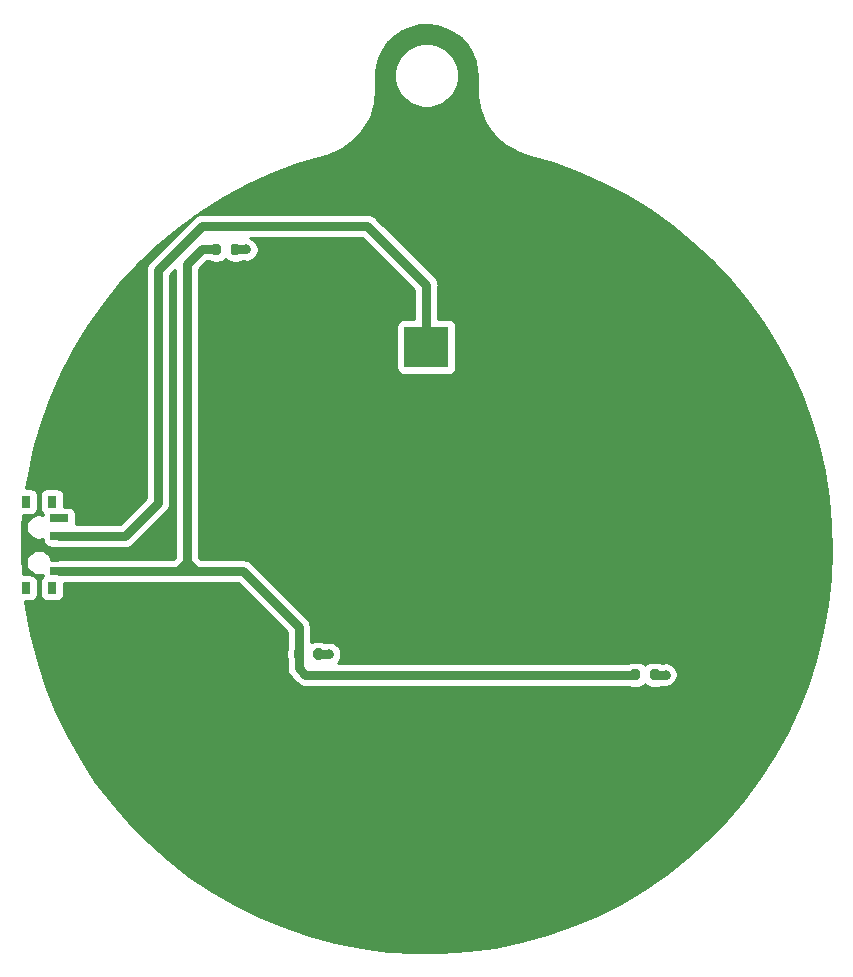
<source format=gbr>
%TF.GenerationSoftware,KiCad,Pcbnew,(5.1.10)-1*%
%TF.CreationDate,2021-10-20T07:51:27+02:00*%
%TF.ProjectId,TVZ_kuglica,54565a5f-6b75-4676-9c69-63612e6b6963,rev?*%
%TF.SameCoordinates,Original*%
%TF.FileFunction,Copper,L2,Bot*%
%TF.FilePolarity,Positive*%
%FSLAX46Y46*%
G04 Gerber Fmt 4.6, Leading zero omitted, Abs format (unit mm)*
G04 Created by KiCad (PCBNEW (5.1.10)-1) date 2021-10-20 07:51:27*
%MOMM*%
%LPD*%
G01*
G04 APERTURE LIST*
%TA.AperFunction,SMDPad,CuDef*%
%ADD10R,1.500000X0.700000*%
%TD*%
%TA.AperFunction,SMDPad,CuDef*%
%ADD11R,0.800000X1.000000*%
%TD*%
%TA.AperFunction,SMDPad,CuDef*%
%ADD12R,3.800000X3.500000*%
%TD*%
%TA.AperFunction,SMDPad,CuDef*%
%ADD13R,2.800000X5.700000*%
%TD*%
%TA.AperFunction,ViaPad*%
%ADD14C,0.800000*%
%TD*%
%TA.AperFunction,Conductor*%
%ADD15C,0.762000*%
%TD*%
%TA.AperFunction,Conductor*%
%ADD16C,0.254000*%
%TD*%
%TA.AperFunction,Conductor*%
%ADD17C,0.100000*%
%TD*%
G04 APERTURE END LIST*
D10*
%TO.P,SW1,1*%
%TO.N,Net-(R1-Pad1)*%
X105930000Y-102000000D03*
%TO.P,SW1,2*%
%TO.N,VCC*%
X105930000Y-99000000D03*
%TO.P,SW1,3*%
%TO.N,Net-(SW1-Pad3)*%
X105930000Y-97500000D03*
D11*
%TO.P,SW1,*%
%TO.N,*%
X103070000Y-103400000D03*
X103070000Y-96100000D03*
X105280000Y-96100000D03*
X105280000Y-103400000D03*
%TD*%
D12*
%TO.P,BT1,1*%
%TO.N,VCC*%
X137000000Y-83000000D03*
D13*
%TO.P,BT1,2*%
%TO.N,GND*%
X137000000Y-105500000D03*
%TD*%
%TO.P,R1,1*%
%TO.N,Net-(R1-Pad1)*%
%TA.AperFunction,SMDPad,CuDef*%
G36*
G01*
X118775000Y-75025000D02*
X118775000Y-74475000D01*
G75*
G02*
X118975000Y-74275000I200000J0D01*
G01*
X119375000Y-74275000D01*
G75*
G02*
X119575000Y-74475000I0J-200000D01*
G01*
X119575000Y-75025000D01*
G75*
G02*
X119375000Y-75225000I-200000J0D01*
G01*
X118975000Y-75225000D01*
G75*
G02*
X118775000Y-75025000I0J200000D01*
G01*
G37*
%TD.AperFunction*%
%TO.P,R1,2*%
%TO.N,Net-(D3-Pad1)*%
%TA.AperFunction,SMDPad,CuDef*%
G36*
G01*
X120425000Y-75025000D02*
X120425000Y-74475000D01*
G75*
G02*
X120625000Y-74275000I200000J0D01*
G01*
X121025000Y-74275000D01*
G75*
G02*
X121225000Y-74475000I0J-200000D01*
G01*
X121225000Y-75025000D01*
G75*
G02*
X121025000Y-75225000I-200000J0D01*
G01*
X120625000Y-75225000D01*
G75*
G02*
X120425000Y-75025000I0J200000D01*
G01*
G37*
%TD.AperFunction*%
%TD*%
%TO.P,R2,2*%
%TO.N,Net-(D4-Pad1)*%
%TA.AperFunction,SMDPad,CuDef*%
G36*
G01*
X127425000Y-109275000D02*
X127425000Y-108725000D01*
G75*
G02*
X127625000Y-108525000I200000J0D01*
G01*
X128025000Y-108525000D01*
G75*
G02*
X128225000Y-108725000I0J-200000D01*
G01*
X128225000Y-109275000D01*
G75*
G02*
X128025000Y-109475000I-200000J0D01*
G01*
X127625000Y-109475000D01*
G75*
G02*
X127425000Y-109275000I0J200000D01*
G01*
G37*
%TD.AperFunction*%
%TO.P,R2,1*%
%TO.N,Net-(R1-Pad1)*%
%TA.AperFunction,SMDPad,CuDef*%
G36*
G01*
X125775000Y-109275000D02*
X125775000Y-108725000D01*
G75*
G02*
X125975000Y-108525000I200000J0D01*
G01*
X126375000Y-108525000D01*
G75*
G02*
X126575000Y-108725000I0J-200000D01*
G01*
X126575000Y-109275000D01*
G75*
G02*
X126375000Y-109475000I-200000J0D01*
G01*
X125975000Y-109475000D01*
G75*
G02*
X125775000Y-109275000I0J200000D01*
G01*
G37*
%TD.AperFunction*%
%TD*%
%TO.P,R3,1*%
%TO.N,Net-(R1-Pad1)*%
%TA.AperFunction,SMDPad,CuDef*%
G36*
G01*
X154275000Y-111025000D02*
X154275000Y-110475000D01*
G75*
G02*
X154475000Y-110275000I200000J0D01*
G01*
X154875000Y-110275000D01*
G75*
G02*
X155075000Y-110475000I0J-200000D01*
G01*
X155075000Y-111025000D01*
G75*
G02*
X154875000Y-111225000I-200000J0D01*
G01*
X154475000Y-111225000D01*
G75*
G02*
X154275000Y-111025000I0J200000D01*
G01*
G37*
%TD.AperFunction*%
%TO.P,R3,2*%
%TO.N,Net-(D8-Pad1)*%
%TA.AperFunction,SMDPad,CuDef*%
G36*
G01*
X155925000Y-111025000D02*
X155925000Y-110475000D01*
G75*
G02*
X156125000Y-110275000I200000J0D01*
G01*
X156525000Y-110275000D01*
G75*
G02*
X156725000Y-110475000I0J-200000D01*
G01*
X156725000Y-111025000D01*
G75*
G02*
X156525000Y-111225000I-200000J0D01*
G01*
X156125000Y-111225000D01*
G75*
G02*
X155925000Y-111025000I0J200000D01*
G01*
G37*
%TD.AperFunction*%
%TD*%
D14*
%TO.N,GND*%
X140000000Y-74000000D03*
X119500000Y-80000000D03*
X106500000Y-87750000D03*
X120000000Y-90000000D03*
X127000000Y-101500000D03*
X146750000Y-104250000D03*
X166250000Y-107000000D03*
X157500000Y-91250000D03*
X151500000Y-115750000D03*
X113250000Y-115000000D03*
X119000000Y-106500000D03*
X121250000Y-125250000D03*
X132750000Y-124750000D03*
X139500000Y-131500000D03*
X153750000Y-125500000D03*
X160750000Y-80250000D03*
X125750000Y-74750000D03*
X132750000Y-109000000D03*
X161250000Y-110750000D03*
%TO.N,Net-(D3-Pad1)*%
X121750000Y-74750000D03*
%TO.N,Net-(D4-Pad1)*%
X128750000Y-109000000D03*
%TO.N,Net-(D8-Pad1)*%
X157250000Y-110750000D03*
%TD*%
D15*
%TO.N,VCC*%
X137000000Y-83000000D02*
X137000000Y-77750000D01*
X137000000Y-77750000D02*
X132000000Y-72750000D01*
X132000000Y-72750000D02*
X118000000Y-72750000D01*
X118000000Y-72750000D02*
X114250000Y-76500000D01*
X114250000Y-76500000D02*
X114250000Y-96250000D01*
X111500000Y-99000000D02*
X105930000Y-99000000D01*
X114250000Y-96250000D02*
X111500000Y-99000000D01*
%TO.N,Net-(D3-Pad1)*%
X120825000Y-74750000D02*
X121750000Y-74750000D01*
%TO.N,Net-(D4-Pad1)*%
X127825000Y-109000000D02*
X128750000Y-109000000D01*
%TO.N,Net-(D8-Pad1)*%
X156325000Y-110750000D02*
X157250000Y-110750000D01*
%TO.N,Net-(R1-Pad1)*%
X154675000Y-110750000D02*
X126750000Y-110750000D01*
X126175000Y-110175000D02*
X126175000Y-109000000D01*
X126750000Y-110750000D02*
X126175000Y-110175000D01*
X126175000Y-109000000D02*
X126175000Y-106675000D01*
X126175000Y-106675000D02*
X121500000Y-102000000D01*
X119175000Y-74750000D02*
X118000000Y-74750000D01*
X118000000Y-74750000D02*
X116750000Y-76000000D01*
X116750000Y-101250000D02*
X116000000Y-102000000D01*
X116000000Y-102000000D02*
X105930000Y-102000000D01*
X116750000Y-102000000D02*
X116000000Y-102000000D01*
X116750000Y-76000000D02*
X116750000Y-101250000D01*
X116750000Y-101250000D02*
X116750000Y-102000000D01*
X116750000Y-101250000D02*
X117500000Y-102000000D01*
X117500000Y-102000000D02*
X116750000Y-102000000D01*
X121500000Y-102000000D02*
X117500000Y-102000000D01*
%TD*%
D16*
%TO.N,GND*%
X137886138Y-55831059D02*
X138610388Y-56053867D01*
X139283738Y-56401409D01*
X139884901Y-56862699D01*
X140394872Y-57423149D01*
X140797540Y-58065057D01*
X141080170Y-58768122D01*
X141236190Y-59521513D01*
X141265000Y-60021169D01*
X141265001Y-61306272D01*
X141266298Y-61319440D01*
X141278413Y-61656049D01*
X141278863Y-61659632D01*
X141278707Y-61663242D01*
X141287438Y-61747410D01*
X141429908Y-62624862D01*
X141435629Y-62647269D01*
X141438736Y-62670183D01*
X141462234Y-62751474D01*
X141757835Y-63589830D01*
X141767433Y-63610870D01*
X141774549Y-63632871D01*
X141812059Y-63708691D01*
X141812071Y-63708717D01*
X141812077Y-63708725D01*
X142251461Y-64481476D01*
X142264630Y-64500478D01*
X142275533Y-64520879D01*
X142325894Y-64588881D01*
X142895182Y-65271616D01*
X142911512Y-65287990D01*
X142925851Y-65306132D01*
X142987458Y-65364142D01*
X143668651Y-65935276D01*
X143687625Y-65948502D01*
X143704950Y-65963817D01*
X143775855Y-66010000D01*
X144547423Y-66451478D01*
X144568436Y-66461133D01*
X144588200Y-66473139D01*
X144666163Y-66506036D01*
X145503715Y-66803905D01*
X145508021Y-66805017D01*
X145525587Y-66811299D01*
X145542755Y-66816572D01*
X147746053Y-67464098D01*
X149878711Y-68247813D01*
X151954729Y-69171140D01*
X153965017Y-70230036D01*
X155900673Y-71419812D01*
X157753239Y-72735268D01*
X159514561Y-74170616D01*
X161176886Y-75719540D01*
X162732884Y-77375207D01*
X164175738Y-79130360D01*
X165499106Y-80977290D01*
X166697162Y-82907865D01*
X167764630Y-84913581D01*
X168696830Y-86985643D01*
X169489658Y-89114933D01*
X170139624Y-91292080D01*
X170643873Y-93507517D01*
X171000188Y-95751501D01*
X171207004Y-98014175D01*
X171263407Y-100285560D01*
X171169153Y-102555700D01*
X170924654Y-104814605D01*
X170530986Y-107052337D01*
X169989882Y-109259064D01*
X169303718Y-111425077D01*
X168475512Y-113540851D01*
X167508906Y-115597090D01*
X166408155Y-117584736D01*
X165178083Y-119495080D01*
X163824120Y-121319689D01*
X162352204Y-123050560D01*
X160768823Y-124680064D01*
X159080926Y-126201055D01*
X157295931Y-127606843D01*
X155421695Y-128891239D01*
X153466456Y-130048599D01*
X151438820Y-131073832D01*
X149347702Y-131962428D01*
X147202263Y-132710493D01*
X145011999Y-133314718D01*
X142786467Y-133772464D01*
X140535523Y-134081705D01*
X138269022Y-134241089D01*
X135996953Y-134249911D01*
X133729262Y-134108134D01*
X131475992Y-133816385D01*
X129246983Y-133375938D01*
X127052076Y-132788738D01*
X124900917Y-132057366D01*
X122802939Y-131185029D01*
X120767401Y-130175574D01*
X118803237Y-129033435D01*
X116919085Y-127763634D01*
X115123223Y-126371749D01*
X113423564Y-124863914D01*
X111827572Y-123246751D01*
X110342263Y-121527368D01*
X108974171Y-119713331D01*
X107729304Y-117812605D01*
X106613144Y-115833557D01*
X105630601Y-113784897D01*
X104785986Y-111675609D01*
X104083026Y-109515005D01*
X103524797Y-107312547D01*
X103113763Y-105077935D01*
X103051083Y-104538072D01*
X103470000Y-104538072D01*
X103594482Y-104525812D01*
X103714180Y-104489502D01*
X103824494Y-104430537D01*
X103921185Y-104351185D01*
X104000537Y-104254494D01*
X104059502Y-104144180D01*
X104095812Y-104024482D01*
X104108072Y-103900000D01*
X104108072Y-102900000D01*
X104095812Y-102775518D01*
X104059502Y-102655820D01*
X104000537Y-102545506D01*
X103921185Y-102448815D01*
X103824494Y-102369463D01*
X103714180Y-102310498D01*
X103594482Y-102274188D01*
X103470000Y-102261928D01*
X102824164Y-102261928D01*
X102739845Y-100551658D01*
X102778607Y-98279882D01*
X102790035Y-98143137D01*
X103085000Y-98143137D01*
X103085000Y-98356863D01*
X103126696Y-98566483D01*
X103208485Y-98763940D01*
X103327225Y-98941647D01*
X103478353Y-99092775D01*
X103656060Y-99211515D01*
X103853517Y-99293304D01*
X104063137Y-99335000D01*
X104276863Y-99335000D01*
X104486483Y-99293304D01*
X104541928Y-99270338D01*
X104541928Y-99350000D01*
X104554188Y-99474482D01*
X104590498Y-99594180D01*
X104649463Y-99704494D01*
X104728815Y-99801185D01*
X104825506Y-99880537D01*
X104935820Y-99939502D01*
X105055518Y-99975812D01*
X105180000Y-99988072D01*
X105687229Y-99988072D01*
X105730829Y-100001298D01*
X105880098Y-100016000D01*
X111450098Y-100016000D01*
X111500000Y-100020915D01*
X111549902Y-100016000D01*
X111699171Y-100001298D01*
X111890687Y-99943202D01*
X112067190Y-99848860D01*
X112221896Y-99721896D01*
X112253712Y-99683128D01*
X114933133Y-97003708D01*
X114971896Y-96971896D01*
X115098860Y-96817190D01*
X115193202Y-96640687D01*
X115251298Y-96449171D01*
X115266000Y-96299902D01*
X115266000Y-96299895D01*
X115270914Y-96250001D01*
X115266000Y-96200107D01*
X115266000Y-76920840D01*
X115734000Y-76452840D01*
X115734001Y-100829158D01*
X115579160Y-100984000D01*
X105880098Y-100984000D01*
X105730829Y-100998702D01*
X105687229Y-101011928D01*
X105228901Y-101011928D01*
X105213304Y-100933517D01*
X105131515Y-100736060D01*
X105012775Y-100558353D01*
X104861647Y-100407225D01*
X104683940Y-100288485D01*
X104486483Y-100206696D01*
X104276863Y-100165000D01*
X104063137Y-100165000D01*
X103853517Y-100206696D01*
X103656060Y-100288485D01*
X103478353Y-100407225D01*
X103327225Y-100558353D01*
X103208485Y-100736060D01*
X103126696Y-100933517D01*
X103085000Y-101143137D01*
X103085000Y-101356863D01*
X103126696Y-101566483D01*
X103208485Y-101763940D01*
X103327225Y-101941647D01*
X103478353Y-102092775D01*
X103656060Y-102211515D01*
X103853517Y-102293304D01*
X104063137Y-102335000D01*
X104276863Y-102335000D01*
X104486483Y-102293304D01*
X104541928Y-102270338D01*
X104541928Y-102350000D01*
X104542928Y-102360151D01*
X104525506Y-102369463D01*
X104428815Y-102448815D01*
X104349463Y-102545506D01*
X104290498Y-102655820D01*
X104254188Y-102775518D01*
X104241928Y-102900000D01*
X104241928Y-103900000D01*
X104254188Y-104024482D01*
X104290498Y-104144180D01*
X104349463Y-104254494D01*
X104428815Y-104351185D01*
X104525506Y-104430537D01*
X104635820Y-104489502D01*
X104755518Y-104525812D01*
X104880000Y-104538072D01*
X105680000Y-104538072D01*
X105804482Y-104525812D01*
X105924180Y-104489502D01*
X106034494Y-104430537D01*
X106131185Y-104351185D01*
X106210537Y-104254494D01*
X106269502Y-104144180D01*
X106305812Y-104024482D01*
X106318072Y-103900000D01*
X106318072Y-103016000D01*
X115950098Y-103016000D01*
X116000000Y-103020915D01*
X116049902Y-103016000D01*
X116700098Y-103016000D01*
X116750000Y-103020915D01*
X116799902Y-103016000D01*
X117450105Y-103016000D01*
X117499999Y-103020914D01*
X117549893Y-103016000D01*
X121079160Y-103016000D01*
X125159001Y-107095842D01*
X125159000Y-108541822D01*
X125153031Y-108561500D01*
X125136928Y-108725000D01*
X125136928Y-109275000D01*
X125153031Y-109438500D01*
X125159001Y-109458179D01*
X125159000Y-110125098D01*
X125154085Y-110175000D01*
X125159000Y-110224901D01*
X125173702Y-110374170D01*
X125231798Y-110565686D01*
X125326140Y-110742190D01*
X125453104Y-110896896D01*
X125491873Y-110928713D01*
X125996287Y-111433127D01*
X126028104Y-111471896D01*
X126182810Y-111598860D01*
X126310676Y-111667205D01*
X126359313Y-111693202D01*
X126550829Y-111751298D01*
X126750000Y-111770915D01*
X126799902Y-111766000D01*
X154092026Y-111766000D01*
X154154284Y-111799278D01*
X154311500Y-111846969D01*
X154475000Y-111863072D01*
X154875000Y-111863072D01*
X155038500Y-111846969D01*
X155195716Y-111799278D01*
X155340608Y-111721831D01*
X155467606Y-111617606D01*
X155500000Y-111578134D01*
X155532394Y-111617606D01*
X155659392Y-111721831D01*
X155804284Y-111799278D01*
X155961500Y-111846969D01*
X156125000Y-111863072D01*
X156525000Y-111863072D01*
X156688500Y-111846969D01*
X156845716Y-111799278D01*
X156907974Y-111766000D01*
X157052541Y-111766000D01*
X157148061Y-111785000D01*
X157351939Y-111785000D01*
X157551898Y-111745226D01*
X157740256Y-111667205D01*
X157909774Y-111553937D01*
X158053937Y-111409774D01*
X158167205Y-111240256D01*
X158245226Y-111051898D01*
X158285000Y-110851939D01*
X158285000Y-110648061D01*
X158245226Y-110448102D01*
X158167205Y-110259744D01*
X158053937Y-110090226D01*
X157909774Y-109946063D01*
X157740256Y-109832795D01*
X157551898Y-109754774D01*
X157351939Y-109715000D01*
X157148061Y-109715000D01*
X157052541Y-109734000D01*
X156907974Y-109734000D01*
X156845716Y-109700722D01*
X156688500Y-109653031D01*
X156525000Y-109636928D01*
X156125000Y-109636928D01*
X155961500Y-109653031D01*
X155804284Y-109700722D01*
X155659392Y-109778169D01*
X155532394Y-109882394D01*
X155500000Y-109921866D01*
X155467606Y-109882394D01*
X155340608Y-109778169D01*
X155195716Y-109700722D01*
X155038500Y-109653031D01*
X154875000Y-109636928D01*
X154475000Y-109636928D01*
X154311500Y-109653031D01*
X154154284Y-109700722D01*
X154092026Y-109734000D01*
X129479711Y-109734000D01*
X129553937Y-109659774D01*
X129667205Y-109490256D01*
X129745226Y-109301898D01*
X129785000Y-109101939D01*
X129785000Y-108898061D01*
X129745226Y-108698102D01*
X129667205Y-108509744D01*
X129553937Y-108340226D01*
X129409774Y-108196063D01*
X129240256Y-108082795D01*
X129051898Y-108004774D01*
X128851939Y-107965000D01*
X128648061Y-107965000D01*
X128552541Y-107984000D01*
X128407974Y-107984000D01*
X128345716Y-107950722D01*
X128188500Y-107903031D01*
X128025000Y-107886928D01*
X127625000Y-107886928D01*
X127461500Y-107903031D01*
X127304284Y-107950722D01*
X127191000Y-108011274D01*
X127191000Y-106724893D01*
X127195914Y-106674999D01*
X127191000Y-106625105D01*
X127191000Y-106625098D01*
X127176298Y-106475829D01*
X127174978Y-106471475D01*
X127158674Y-106417732D01*
X127118202Y-106284313D01*
X127023860Y-106107810D01*
X126896896Y-105953104D01*
X126858133Y-105921292D01*
X122253712Y-101316872D01*
X122221896Y-101278104D01*
X122067190Y-101151140D01*
X121890687Y-101056798D01*
X121699171Y-100998702D01*
X121549902Y-100984000D01*
X121500000Y-100979085D01*
X121450098Y-100984000D01*
X117920841Y-100984000D01*
X117766000Y-100829160D01*
X117766000Y-76420840D01*
X118420841Y-75766000D01*
X118592026Y-75766000D01*
X118654284Y-75799278D01*
X118811500Y-75846969D01*
X118975000Y-75863072D01*
X119375000Y-75863072D01*
X119538500Y-75846969D01*
X119695716Y-75799278D01*
X119840608Y-75721831D01*
X119967606Y-75617606D01*
X120000000Y-75578134D01*
X120032394Y-75617606D01*
X120159392Y-75721831D01*
X120304284Y-75799278D01*
X120461500Y-75846969D01*
X120625000Y-75863072D01*
X121025000Y-75863072D01*
X121188500Y-75846969D01*
X121345716Y-75799278D01*
X121407974Y-75766000D01*
X121552541Y-75766000D01*
X121648061Y-75785000D01*
X121851939Y-75785000D01*
X122051898Y-75745226D01*
X122240256Y-75667205D01*
X122409774Y-75553937D01*
X122553937Y-75409774D01*
X122667205Y-75240256D01*
X122745226Y-75051898D01*
X122785000Y-74851939D01*
X122785000Y-74648061D01*
X122745226Y-74448102D01*
X122667205Y-74259744D01*
X122553937Y-74090226D01*
X122409774Y-73946063D01*
X122240256Y-73832795D01*
X122079000Y-73766000D01*
X131579160Y-73766000D01*
X135984001Y-78170842D01*
X135984000Y-80611928D01*
X135100000Y-80611928D01*
X134975518Y-80624188D01*
X134855820Y-80660498D01*
X134745506Y-80719463D01*
X134648815Y-80798815D01*
X134569463Y-80895506D01*
X134510498Y-81005820D01*
X134474188Y-81125518D01*
X134461928Y-81250000D01*
X134461928Y-84750000D01*
X134474188Y-84874482D01*
X134510498Y-84994180D01*
X134569463Y-85104494D01*
X134648815Y-85201185D01*
X134745506Y-85280537D01*
X134855820Y-85339502D01*
X134975518Y-85375812D01*
X135100000Y-85388072D01*
X138900000Y-85388072D01*
X139024482Y-85375812D01*
X139144180Y-85339502D01*
X139254494Y-85280537D01*
X139351185Y-85201185D01*
X139430537Y-85104494D01*
X139489502Y-84994180D01*
X139525812Y-84874482D01*
X139538072Y-84750000D01*
X139538072Y-81250000D01*
X139525812Y-81125518D01*
X139489502Y-81005820D01*
X139430537Y-80895506D01*
X139351185Y-80798815D01*
X139254494Y-80719463D01*
X139144180Y-80660498D01*
X139024482Y-80624188D01*
X138900000Y-80611928D01*
X138016000Y-80611928D01*
X138016000Y-77799902D01*
X138020915Y-77750000D01*
X138001298Y-77550829D01*
X137943202Y-77359313D01*
X137935857Y-77345571D01*
X137848860Y-77182810D01*
X137721896Y-77028104D01*
X137683133Y-76996292D01*
X132753712Y-72066872D01*
X132721896Y-72028104D01*
X132567190Y-71901140D01*
X132390687Y-71806798D01*
X132199171Y-71748702D01*
X132049902Y-71734000D01*
X132000000Y-71729085D01*
X131950098Y-71734000D01*
X118049902Y-71734000D01*
X118000000Y-71729085D01*
X117950098Y-71734000D01*
X117922330Y-71736735D01*
X117800829Y-71748702D01*
X117609312Y-71806798D01*
X117582256Y-71821260D01*
X117432810Y-71901140D01*
X117278104Y-72028104D01*
X117246292Y-72066867D01*
X113566872Y-75746288D01*
X113528104Y-75778104D01*
X113401140Y-75932810D01*
X113306798Y-76109314D01*
X113271464Y-76225794D01*
X113248702Y-76300830D01*
X113229085Y-76500000D01*
X113234000Y-76549902D01*
X113234001Y-95829158D01*
X111079160Y-97984000D01*
X107302925Y-97984000D01*
X107305812Y-97974482D01*
X107318072Y-97850000D01*
X107318072Y-97150000D01*
X107305812Y-97025518D01*
X107269502Y-96905820D01*
X107210537Y-96795506D01*
X107131185Y-96698815D01*
X107034494Y-96619463D01*
X106924180Y-96560498D01*
X106804482Y-96524188D01*
X106680000Y-96511928D01*
X106318072Y-96511928D01*
X106318072Y-95600000D01*
X106305812Y-95475518D01*
X106269502Y-95355820D01*
X106210537Y-95245506D01*
X106131185Y-95148815D01*
X106034494Y-95069463D01*
X105924180Y-95010498D01*
X105804482Y-94974188D01*
X105680000Y-94961928D01*
X104880000Y-94961928D01*
X104755518Y-94974188D01*
X104635820Y-95010498D01*
X104525506Y-95069463D01*
X104428815Y-95148815D01*
X104349463Y-95245506D01*
X104290498Y-95355820D01*
X104254188Y-95475518D01*
X104241928Y-95600000D01*
X104241928Y-96600000D01*
X104254188Y-96724482D01*
X104290498Y-96844180D01*
X104349463Y-96954494D01*
X104428815Y-97051185D01*
X104525506Y-97130537D01*
X104542928Y-97139849D01*
X104541928Y-97150000D01*
X104541928Y-97229662D01*
X104486483Y-97206696D01*
X104276863Y-97165000D01*
X104063137Y-97165000D01*
X103853517Y-97206696D01*
X103656060Y-97288485D01*
X103478353Y-97407225D01*
X103327225Y-97558353D01*
X103208485Y-97736060D01*
X103126696Y-97933517D01*
X103085000Y-98143137D01*
X102790035Y-98143137D01*
X102865678Y-97238072D01*
X103470000Y-97238072D01*
X103594482Y-97225812D01*
X103714180Y-97189502D01*
X103824494Y-97130537D01*
X103921185Y-97051185D01*
X104000537Y-96954494D01*
X104059502Y-96844180D01*
X104095812Y-96724482D01*
X104108072Y-96600000D01*
X104108072Y-95600000D01*
X104095812Y-95475518D01*
X104059502Y-95355820D01*
X104000537Y-95245506D01*
X103921185Y-95148815D01*
X103824494Y-95069463D01*
X103714180Y-95010498D01*
X103594482Y-94974188D01*
X103470000Y-94961928D01*
X103126785Y-94961928D01*
X103306719Y-93768999D01*
X103793749Y-91549706D01*
X104426782Y-89367594D01*
X105203052Y-87232203D01*
X106119133Y-85152960D01*
X107170992Y-83139015D01*
X108354015Y-81199200D01*
X109663000Y-79342048D01*
X111092189Y-77575730D01*
X112635284Y-75908027D01*
X114285522Y-74346247D01*
X116035631Y-72897273D01*
X117877934Y-71567463D01*
X119804304Y-70362683D01*
X121806298Y-69288211D01*
X123875077Y-68348792D01*
X126001593Y-67548534D01*
X128186747Y-66887862D01*
X128436510Y-66822338D01*
X128452528Y-66817563D01*
X128459226Y-66815987D01*
X128804024Y-66713600D01*
X128807380Y-66712269D01*
X128810916Y-66711517D01*
X128890228Y-66682021D01*
X129704199Y-66324712D01*
X129724464Y-66313571D01*
X129745874Y-66304834D01*
X129818696Y-66261767D01*
X129818710Y-66261759D01*
X129818715Y-66261755D01*
X130556543Y-65765956D01*
X130574511Y-65751406D01*
X130594041Y-65739012D01*
X130658097Y-65683720D01*
X131296470Y-65065093D01*
X131311582Y-65047586D01*
X131328603Y-65031934D01*
X131381840Y-64966192D01*
X131381856Y-64966173D01*
X131381861Y-64966165D01*
X131900590Y-64244277D01*
X131912363Y-64224370D01*
X131926343Y-64205952D01*
X131967109Y-64131800D01*
X132349809Y-63329453D01*
X132357869Y-63307780D01*
X132368369Y-63287173D01*
X132395359Y-63206974D01*
X132629927Y-62349538D01*
X132634022Y-62326778D01*
X132640706Y-62304640D01*
X132653067Y-62220928D01*
X132731782Y-61338949D01*
X132735000Y-61306272D01*
X132735000Y-60032731D01*
X132762021Y-59729963D01*
X134258266Y-59729963D01*
X134258266Y-60270037D01*
X134363629Y-60799734D01*
X134570307Y-61298698D01*
X134870356Y-61747753D01*
X135252247Y-62129644D01*
X135701302Y-62429693D01*
X136200266Y-62636371D01*
X136729963Y-62741734D01*
X137270037Y-62741734D01*
X137799734Y-62636371D01*
X138298698Y-62429693D01*
X138747753Y-62129644D01*
X139129644Y-61747753D01*
X139429693Y-61298698D01*
X139636371Y-60799734D01*
X139741734Y-60270037D01*
X139741734Y-59729963D01*
X139636371Y-59200266D01*
X139429693Y-58701302D01*
X139129644Y-58252247D01*
X138747753Y-57870356D01*
X138298698Y-57570307D01*
X137799734Y-57363629D01*
X137270037Y-57258266D01*
X136729963Y-57258266D01*
X136200266Y-57363629D01*
X135701302Y-57570307D01*
X135252247Y-57870356D01*
X134870356Y-58252247D01*
X134570307Y-58701302D01*
X134363629Y-59200266D01*
X134258266Y-59729963D01*
X132762021Y-59729963D01*
X132805281Y-59245253D01*
X133005231Y-58514357D01*
X133331450Y-57830425D01*
X133773626Y-57215072D01*
X134317789Y-56687741D01*
X134946726Y-56265114D01*
X135640570Y-55960537D01*
X136377386Y-55783643D01*
X137133871Y-55740024D01*
X137886138Y-55831059D01*
%TA.AperFunction,Conductor*%
D17*
G36*
X137886138Y-55831059D02*
G01*
X138610388Y-56053867D01*
X139283738Y-56401409D01*
X139884901Y-56862699D01*
X140394872Y-57423149D01*
X140797540Y-58065057D01*
X141080170Y-58768122D01*
X141236190Y-59521513D01*
X141265000Y-60021169D01*
X141265001Y-61306272D01*
X141266298Y-61319440D01*
X141278413Y-61656049D01*
X141278863Y-61659632D01*
X141278707Y-61663242D01*
X141287438Y-61747410D01*
X141429908Y-62624862D01*
X141435629Y-62647269D01*
X141438736Y-62670183D01*
X141462234Y-62751474D01*
X141757835Y-63589830D01*
X141767433Y-63610870D01*
X141774549Y-63632871D01*
X141812059Y-63708691D01*
X141812071Y-63708717D01*
X141812077Y-63708725D01*
X142251461Y-64481476D01*
X142264630Y-64500478D01*
X142275533Y-64520879D01*
X142325894Y-64588881D01*
X142895182Y-65271616D01*
X142911512Y-65287990D01*
X142925851Y-65306132D01*
X142987458Y-65364142D01*
X143668651Y-65935276D01*
X143687625Y-65948502D01*
X143704950Y-65963817D01*
X143775855Y-66010000D01*
X144547423Y-66451478D01*
X144568436Y-66461133D01*
X144588200Y-66473139D01*
X144666163Y-66506036D01*
X145503715Y-66803905D01*
X145508021Y-66805017D01*
X145525587Y-66811299D01*
X145542755Y-66816572D01*
X147746053Y-67464098D01*
X149878711Y-68247813D01*
X151954729Y-69171140D01*
X153965017Y-70230036D01*
X155900673Y-71419812D01*
X157753239Y-72735268D01*
X159514561Y-74170616D01*
X161176886Y-75719540D01*
X162732884Y-77375207D01*
X164175738Y-79130360D01*
X165499106Y-80977290D01*
X166697162Y-82907865D01*
X167764630Y-84913581D01*
X168696830Y-86985643D01*
X169489658Y-89114933D01*
X170139624Y-91292080D01*
X170643873Y-93507517D01*
X171000188Y-95751501D01*
X171207004Y-98014175D01*
X171263407Y-100285560D01*
X171169153Y-102555700D01*
X170924654Y-104814605D01*
X170530986Y-107052337D01*
X169989882Y-109259064D01*
X169303718Y-111425077D01*
X168475512Y-113540851D01*
X167508906Y-115597090D01*
X166408155Y-117584736D01*
X165178083Y-119495080D01*
X163824120Y-121319689D01*
X162352204Y-123050560D01*
X160768823Y-124680064D01*
X159080926Y-126201055D01*
X157295931Y-127606843D01*
X155421695Y-128891239D01*
X153466456Y-130048599D01*
X151438820Y-131073832D01*
X149347702Y-131962428D01*
X147202263Y-132710493D01*
X145011999Y-133314718D01*
X142786467Y-133772464D01*
X140535523Y-134081705D01*
X138269022Y-134241089D01*
X135996953Y-134249911D01*
X133729262Y-134108134D01*
X131475992Y-133816385D01*
X129246983Y-133375938D01*
X127052076Y-132788738D01*
X124900917Y-132057366D01*
X122802939Y-131185029D01*
X120767401Y-130175574D01*
X118803237Y-129033435D01*
X116919085Y-127763634D01*
X115123223Y-126371749D01*
X113423564Y-124863914D01*
X111827572Y-123246751D01*
X110342263Y-121527368D01*
X108974171Y-119713331D01*
X107729304Y-117812605D01*
X106613144Y-115833557D01*
X105630601Y-113784897D01*
X104785986Y-111675609D01*
X104083026Y-109515005D01*
X103524797Y-107312547D01*
X103113763Y-105077935D01*
X103051083Y-104538072D01*
X103470000Y-104538072D01*
X103594482Y-104525812D01*
X103714180Y-104489502D01*
X103824494Y-104430537D01*
X103921185Y-104351185D01*
X104000537Y-104254494D01*
X104059502Y-104144180D01*
X104095812Y-104024482D01*
X104108072Y-103900000D01*
X104108072Y-102900000D01*
X104095812Y-102775518D01*
X104059502Y-102655820D01*
X104000537Y-102545506D01*
X103921185Y-102448815D01*
X103824494Y-102369463D01*
X103714180Y-102310498D01*
X103594482Y-102274188D01*
X103470000Y-102261928D01*
X102824164Y-102261928D01*
X102739845Y-100551658D01*
X102778607Y-98279882D01*
X102790035Y-98143137D01*
X103085000Y-98143137D01*
X103085000Y-98356863D01*
X103126696Y-98566483D01*
X103208485Y-98763940D01*
X103327225Y-98941647D01*
X103478353Y-99092775D01*
X103656060Y-99211515D01*
X103853517Y-99293304D01*
X104063137Y-99335000D01*
X104276863Y-99335000D01*
X104486483Y-99293304D01*
X104541928Y-99270338D01*
X104541928Y-99350000D01*
X104554188Y-99474482D01*
X104590498Y-99594180D01*
X104649463Y-99704494D01*
X104728815Y-99801185D01*
X104825506Y-99880537D01*
X104935820Y-99939502D01*
X105055518Y-99975812D01*
X105180000Y-99988072D01*
X105687229Y-99988072D01*
X105730829Y-100001298D01*
X105880098Y-100016000D01*
X111450098Y-100016000D01*
X111500000Y-100020915D01*
X111549902Y-100016000D01*
X111699171Y-100001298D01*
X111890687Y-99943202D01*
X112067190Y-99848860D01*
X112221896Y-99721896D01*
X112253712Y-99683128D01*
X114933133Y-97003708D01*
X114971896Y-96971896D01*
X115098860Y-96817190D01*
X115193202Y-96640687D01*
X115251298Y-96449171D01*
X115266000Y-96299902D01*
X115266000Y-96299895D01*
X115270914Y-96250001D01*
X115266000Y-96200107D01*
X115266000Y-76920840D01*
X115734000Y-76452840D01*
X115734001Y-100829158D01*
X115579160Y-100984000D01*
X105880098Y-100984000D01*
X105730829Y-100998702D01*
X105687229Y-101011928D01*
X105228901Y-101011928D01*
X105213304Y-100933517D01*
X105131515Y-100736060D01*
X105012775Y-100558353D01*
X104861647Y-100407225D01*
X104683940Y-100288485D01*
X104486483Y-100206696D01*
X104276863Y-100165000D01*
X104063137Y-100165000D01*
X103853517Y-100206696D01*
X103656060Y-100288485D01*
X103478353Y-100407225D01*
X103327225Y-100558353D01*
X103208485Y-100736060D01*
X103126696Y-100933517D01*
X103085000Y-101143137D01*
X103085000Y-101356863D01*
X103126696Y-101566483D01*
X103208485Y-101763940D01*
X103327225Y-101941647D01*
X103478353Y-102092775D01*
X103656060Y-102211515D01*
X103853517Y-102293304D01*
X104063137Y-102335000D01*
X104276863Y-102335000D01*
X104486483Y-102293304D01*
X104541928Y-102270338D01*
X104541928Y-102350000D01*
X104542928Y-102360151D01*
X104525506Y-102369463D01*
X104428815Y-102448815D01*
X104349463Y-102545506D01*
X104290498Y-102655820D01*
X104254188Y-102775518D01*
X104241928Y-102900000D01*
X104241928Y-103900000D01*
X104254188Y-104024482D01*
X104290498Y-104144180D01*
X104349463Y-104254494D01*
X104428815Y-104351185D01*
X104525506Y-104430537D01*
X104635820Y-104489502D01*
X104755518Y-104525812D01*
X104880000Y-104538072D01*
X105680000Y-104538072D01*
X105804482Y-104525812D01*
X105924180Y-104489502D01*
X106034494Y-104430537D01*
X106131185Y-104351185D01*
X106210537Y-104254494D01*
X106269502Y-104144180D01*
X106305812Y-104024482D01*
X106318072Y-103900000D01*
X106318072Y-103016000D01*
X115950098Y-103016000D01*
X116000000Y-103020915D01*
X116049902Y-103016000D01*
X116700098Y-103016000D01*
X116750000Y-103020915D01*
X116799902Y-103016000D01*
X117450105Y-103016000D01*
X117499999Y-103020914D01*
X117549893Y-103016000D01*
X121079160Y-103016000D01*
X125159001Y-107095842D01*
X125159000Y-108541822D01*
X125153031Y-108561500D01*
X125136928Y-108725000D01*
X125136928Y-109275000D01*
X125153031Y-109438500D01*
X125159001Y-109458179D01*
X125159000Y-110125098D01*
X125154085Y-110175000D01*
X125159000Y-110224901D01*
X125173702Y-110374170D01*
X125231798Y-110565686D01*
X125326140Y-110742190D01*
X125453104Y-110896896D01*
X125491873Y-110928713D01*
X125996287Y-111433127D01*
X126028104Y-111471896D01*
X126182810Y-111598860D01*
X126310676Y-111667205D01*
X126359313Y-111693202D01*
X126550829Y-111751298D01*
X126750000Y-111770915D01*
X126799902Y-111766000D01*
X154092026Y-111766000D01*
X154154284Y-111799278D01*
X154311500Y-111846969D01*
X154475000Y-111863072D01*
X154875000Y-111863072D01*
X155038500Y-111846969D01*
X155195716Y-111799278D01*
X155340608Y-111721831D01*
X155467606Y-111617606D01*
X155500000Y-111578134D01*
X155532394Y-111617606D01*
X155659392Y-111721831D01*
X155804284Y-111799278D01*
X155961500Y-111846969D01*
X156125000Y-111863072D01*
X156525000Y-111863072D01*
X156688500Y-111846969D01*
X156845716Y-111799278D01*
X156907974Y-111766000D01*
X157052541Y-111766000D01*
X157148061Y-111785000D01*
X157351939Y-111785000D01*
X157551898Y-111745226D01*
X157740256Y-111667205D01*
X157909774Y-111553937D01*
X158053937Y-111409774D01*
X158167205Y-111240256D01*
X158245226Y-111051898D01*
X158285000Y-110851939D01*
X158285000Y-110648061D01*
X158245226Y-110448102D01*
X158167205Y-110259744D01*
X158053937Y-110090226D01*
X157909774Y-109946063D01*
X157740256Y-109832795D01*
X157551898Y-109754774D01*
X157351939Y-109715000D01*
X157148061Y-109715000D01*
X157052541Y-109734000D01*
X156907974Y-109734000D01*
X156845716Y-109700722D01*
X156688500Y-109653031D01*
X156525000Y-109636928D01*
X156125000Y-109636928D01*
X155961500Y-109653031D01*
X155804284Y-109700722D01*
X155659392Y-109778169D01*
X155532394Y-109882394D01*
X155500000Y-109921866D01*
X155467606Y-109882394D01*
X155340608Y-109778169D01*
X155195716Y-109700722D01*
X155038500Y-109653031D01*
X154875000Y-109636928D01*
X154475000Y-109636928D01*
X154311500Y-109653031D01*
X154154284Y-109700722D01*
X154092026Y-109734000D01*
X129479711Y-109734000D01*
X129553937Y-109659774D01*
X129667205Y-109490256D01*
X129745226Y-109301898D01*
X129785000Y-109101939D01*
X129785000Y-108898061D01*
X129745226Y-108698102D01*
X129667205Y-108509744D01*
X129553937Y-108340226D01*
X129409774Y-108196063D01*
X129240256Y-108082795D01*
X129051898Y-108004774D01*
X128851939Y-107965000D01*
X128648061Y-107965000D01*
X128552541Y-107984000D01*
X128407974Y-107984000D01*
X128345716Y-107950722D01*
X128188500Y-107903031D01*
X128025000Y-107886928D01*
X127625000Y-107886928D01*
X127461500Y-107903031D01*
X127304284Y-107950722D01*
X127191000Y-108011274D01*
X127191000Y-106724893D01*
X127195914Y-106674999D01*
X127191000Y-106625105D01*
X127191000Y-106625098D01*
X127176298Y-106475829D01*
X127174978Y-106471475D01*
X127158674Y-106417732D01*
X127118202Y-106284313D01*
X127023860Y-106107810D01*
X126896896Y-105953104D01*
X126858133Y-105921292D01*
X122253712Y-101316872D01*
X122221896Y-101278104D01*
X122067190Y-101151140D01*
X121890687Y-101056798D01*
X121699171Y-100998702D01*
X121549902Y-100984000D01*
X121500000Y-100979085D01*
X121450098Y-100984000D01*
X117920841Y-100984000D01*
X117766000Y-100829160D01*
X117766000Y-76420840D01*
X118420841Y-75766000D01*
X118592026Y-75766000D01*
X118654284Y-75799278D01*
X118811500Y-75846969D01*
X118975000Y-75863072D01*
X119375000Y-75863072D01*
X119538500Y-75846969D01*
X119695716Y-75799278D01*
X119840608Y-75721831D01*
X119967606Y-75617606D01*
X120000000Y-75578134D01*
X120032394Y-75617606D01*
X120159392Y-75721831D01*
X120304284Y-75799278D01*
X120461500Y-75846969D01*
X120625000Y-75863072D01*
X121025000Y-75863072D01*
X121188500Y-75846969D01*
X121345716Y-75799278D01*
X121407974Y-75766000D01*
X121552541Y-75766000D01*
X121648061Y-75785000D01*
X121851939Y-75785000D01*
X122051898Y-75745226D01*
X122240256Y-75667205D01*
X122409774Y-75553937D01*
X122553937Y-75409774D01*
X122667205Y-75240256D01*
X122745226Y-75051898D01*
X122785000Y-74851939D01*
X122785000Y-74648061D01*
X122745226Y-74448102D01*
X122667205Y-74259744D01*
X122553937Y-74090226D01*
X122409774Y-73946063D01*
X122240256Y-73832795D01*
X122079000Y-73766000D01*
X131579160Y-73766000D01*
X135984001Y-78170842D01*
X135984000Y-80611928D01*
X135100000Y-80611928D01*
X134975518Y-80624188D01*
X134855820Y-80660498D01*
X134745506Y-80719463D01*
X134648815Y-80798815D01*
X134569463Y-80895506D01*
X134510498Y-81005820D01*
X134474188Y-81125518D01*
X134461928Y-81250000D01*
X134461928Y-84750000D01*
X134474188Y-84874482D01*
X134510498Y-84994180D01*
X134569463Y-85104494D01*
X134648815Y-85201185D01*
X134745506Y-85280537D01*
X134855820Y-85339502D01*
X134975518Y-85375812D01*
X135100000Y-85388072D01*
X138900000Y-85388072D01*
X139024482Y-85375812D01*
X139144180Y-85339502D01*
X139254494Y-85280537D01*
X139351185Y-85201185D01*
X139430537Y-85104494D01*
X139489502Y-84994180D01*
X139525812Y-84874482D01*
X139538072Y-84750000D01*
X139538072Y-81250000D01*
X139525812Y-81125518D01*
X139489502Y-81005820D01*
X139430537Y-80895506D01*
X139351185Y-80798815D01*
X139254494Y-80719463D01*
X139144180Y-80660498D01*
X139024482Y-80624188D01*
X138900000Y-80611928D01*
X138016000Y-80611928D01*
X138016000Y-77799902D01*
X138020915Y-77750000D01*
X138001298Y-77550829D01*
X137943202Y-77359313D01*
X137935857Y-77345571D01*
X137848860Y-77182810D01*
X137721896Y-77028104D01*
X137683133Y-76996292D01*
X132753712Y-72066872D01*
X132721896Y-72028104D01*
X132567190Y-71901140D01*
X132390687Y-71806798D01*
X132199171Y-71748702D01*
X132049902Y-71734000D01*
X132000000Y-71729085D01*
X131950098Y-71734000D01*
X118049902Y-71734000D01*
X118000000Y-71729085D01*
X117950098Y-71734000D01*
X117922330Y-71736735D01*
X117800829Y-71748702D01*
X117609312Y-71806798D01*
X117582256Y-71821260D01*
X117432810Y-71901140D01*
X117278104Y-72028104D01*
X117246292Y-72066867D01*
X113566872Y-75746288D01*
X113528104Y-75778104D01*
X113401140Y-75932810D01*
X113306798Y-76109314D01*
X113271464Y-76225794D01*
X113248702Y-76300830D01*
X113229085Y-76500000D01*
X113234000Y-76549902D01*
X113234001Y-95829158D01*
X111079160Y-97984000D01*
X107302925Y-97984000D01*
X107305812Y-97974482D01*
X107318072Y-97850000D01*
X107318072Y-97150000D01*
X107305812Y-97025518D01*
X107269502Y-96905820D01*
X107210537Y-96795506D01*
X107131185Y-96698815D01*
X107034494Y-96619463D01*
X106924180Y-96560498D01*
X106804482Y-96524188D01*
X106680000Y-96511928D01*
X106318072Y-96511928D01*
X106318072Y-95600000D01*
X106305812Y-95475518D01*
X106269502Y-95355820D01*
X106210537Y-95245506D01*
X106131185Y-95148815D01*
X106034494Y-95069463D01*
X105924180Y-95010498D01*
X105804482Y-94974188D01*
X105680000Y-94961928D01*
X104880000Y-94961928D01*
X104755518Y-94974188D01*
X104635820Y-95010498D01*
X104525506Y-95069463D01*
X104428815Y-95148815D01*
X104349463Y-95245506D01*
X104290498Y-95355820D01*
X104254188Y-95475518D01*
X104241928Y-95600000D01*
X104241928Y-96600000D01*
X104254188Y-96724482D01*
X104290498Y-96844180D01*
X104349463Y-96954494D01*
X104428815Y-97051185D01*
X104525506Y-97130537D01*
X104542928Y-97139849D01*
X104541928Y-97150000D01*
X104541928Y-97229662D01*
X104486483Y-97206696D01*
X104276863Y-97165000D01*
X104063137Y-97165000D01*
X103853517Y-97206696D01*
X103656060Y-97288485D01*
X103478353Y-97407225D01*
X103327225Y-97558353D01*
X103208485Y-97736060D01*
X103126696Y-97933517D01*
X103085000Y-98143137D01*
X102790035Y-98143137D01*
X102865678Y-97238072D01*
X103470000Y-97238072D01*
X103594482Y-97225812D01*
X103714180Y-97189502D01*
X103824494Y-97130537D01*
X103921185Y-97051185D01*
X104000537Y-96954494D01*
X104059502Y-96844180D01*
X104095812Y-96724482D01*
X104108072Y-96600000D01*
X104108072Y-95600000D01*
X104095812Y-95475518D01*
X104059502Y-95355820D01*
X104000537Y-95245506D01*
X103921185Y-95148815D01*
X103824494Y-95069463D01*
X103714180Y-95010498D01*
X103594482Y-94974188D01*
X103470000Y-94961928D01*
X103126785Y-94961928D01*
X103306719Y-93768999D01*
X103793749Y-91549706D01*
X104426782Y-89367594D01*
X105203052Y-87232203D01*
X106119133Y-85152960D01*
X107170992Y-83139015D01*
X108354015Y-81199200D01*
X109663000Y-79342048D01*
X111092189Y-77575730D01*
X112635284Y-75908027D01*
X114285522Y-74346247D01*
X116035631Y-72897273D01*
X117877934Y-71567463D01*
X119804304Y-70362683D01*
X121806298Y-69288211D01*
X123875077Y-68348792D01*
X126001593Y-67548534D01*
X128186747Y-66887862D01*
X128436510Y-66822338D01*
X128452528Y-66817563D01*
X128459226Y-66815987D01*
X128804024Y-66713600D01*
X128807380Y-66712269D01*
X128810916Y-66711517D01*
X128890228Y-66682021D01*
X129704199Y-66324712D01*
X129724464Y-66313571D01*
X129745874Y-66304834D01*
X129818696Y-66261767D01*
X129818710Y-66261759D01*
X129818715Y-66261755D01*
X130556543Y-65765956D01*
X130574511Y-65751406D01*
X130594041Y-65739012D01*
X130658097Y-65683720D01*
X131296470Y-65065093D01*
X131311582Y-65047586D01*
X131328603Y-65031934D01*
X131381840Y-64966192D01*
X131381856Y-64966173D01*
X131381861Y-64966165D01*
X131900590Y-64244277D01*
X131912363Y-64224370D01*
X131926343Y-64205952D01*
X131967109Y-64131800D01*
X132349809Y-63329453D01*
X132357869Y-63307780D01*
X132368369Y-63287173D01*
X132395359Y-63206974D01*
X132629927Y-62349538D01*
X132634022Y-62326778D01*
X132640706Y-62304640D01*
X132653067Y-62220928D01*
X132731782Y-61338949D01*
X132735000Y-61306272D01*
X132735000Y-60032731D01*
X132762021Y-59729963D01*
X134258266Y-59729963D01*
X134258266Y-60270037D01*
X134363629Y-60799734D01*
X134570307Y-61298698D01*
X134870356Y-61747753D01*
X135252247Y-62129644D01*
X135701302Y-62429693D01*
X136200266Y-62636371D01*
X136729963Y-62741734D01*
X137270037Y-62741734D01*
X137799734Y-62636371D01*
X138298698Y-62429693D01*
X138747753Y-62129644D01*
X139129644Y-61747753D01*
X139429693Y-61298698D01*
X139636371Y-60799734D01*
X139741734Y-60270037D01*
X139741734Y-59729963D01*
X139636371Y-59200266D01*
X139429693Y-58701302D01*
X139129644Y-58252247D01*
X138747753Y-57870356D01*
X138298698Y-57570307D01*
X137799734Y-57363629D01*
X137270037Y-57258266D01*
X136729963Y-57258266D01*
X136200266Y-57363629D01*
X135701302Y-57570307D01*
X135252247Y-57870356D01*
X134870356Y-58252247D01*
X134570307Y-58701302D01*
X134363629Y-59200266D01*
X134258266Y-59729963D01*
X132762021Y-59729963D01*
X132805281Y-59245253D01*
X133005231Y-58514357D01*
X133331450Y-57830425D01*
X133773626Y-57215072D01*
X134317789Y-56687741D01*
X134946726Y-56265114D01*
X135640570Y-55960537D01*
X136377386Y-55783643D01*
X137133871Y-55740024D01*
X137886138Y-55831059D01*
G37*
%TD.AperFunction*%
%TD*%
M02*

</source>
